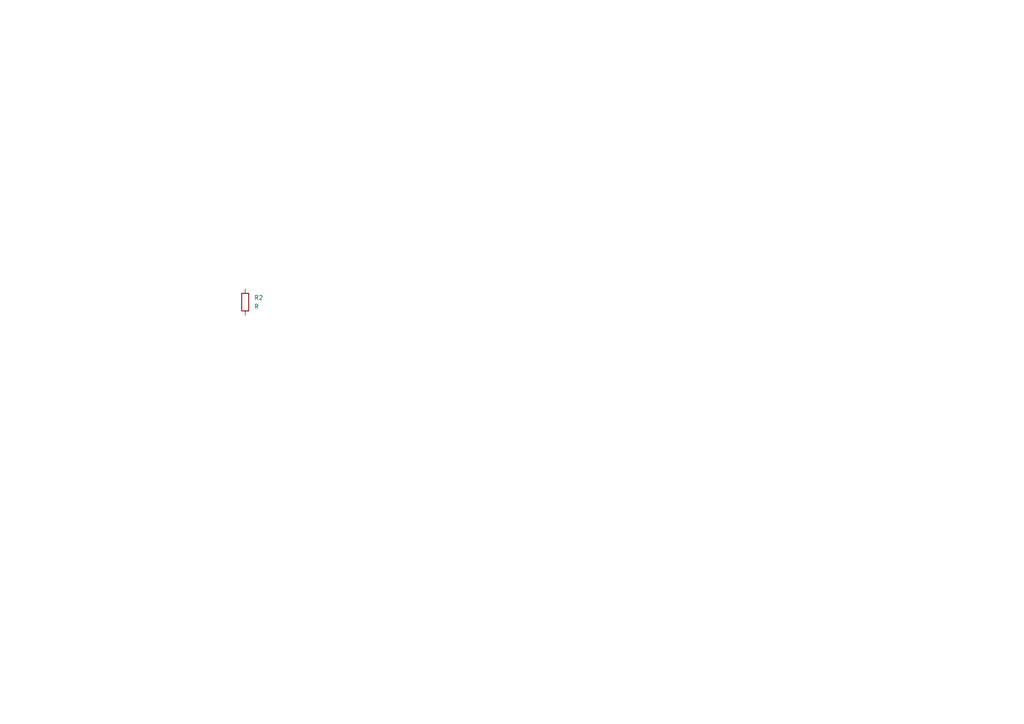
<source format=kicad_sch>
(kicad_sch (version 20250114) (generator "eeschema") (generator_version "9.0")
  (paper "A4")
  (lib_symbols
    (symbol "Device:R" (pin_numbers (hide yes)) (pin_names (offset 0))
      (property "Reference" "R" (at 2.032 0 90))
      (property "Value" "R" (at 0 0 90))
      (symbol "R_0_1"
        (rectangle (start -1.016 -2.54) (end 1.016 2.54) (stroke (width 0.254)))
      )
      (symbol "R_1_1"
        (pin passive line (at 0 3.81 270) (length 1.27) (name "~") (number "1"))
        (pin passive line (at 0 -3.81 90) (length 1.27) (name "~") (number "2"))
      )
    )
  )
  (symbol (lib_id "Device:R") (at 71.12 87.63 0) (unit 1)
    (property "Reference" "R2" (at 73.66 86.3599 0) (effects (justify left)))
    (property "Value" "R" (at 73.66 88.8999 0) (effects (justify left)))
    (property "Description" "Resistor" (effects (hide yes)))
  )
)
</source>
